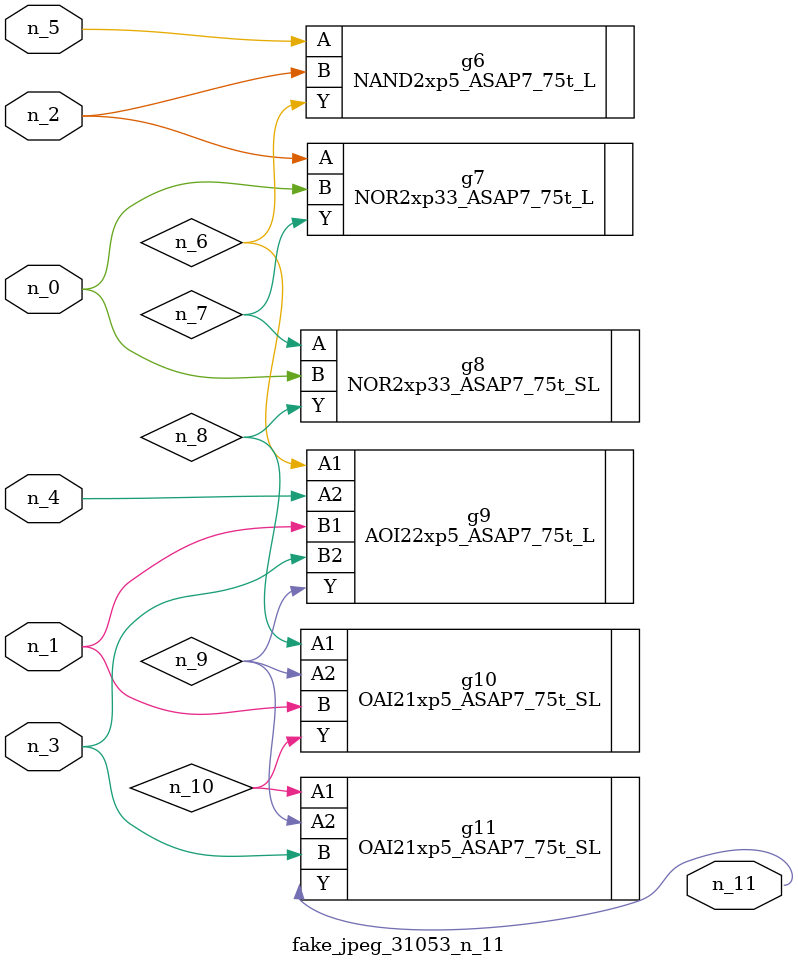
<source format=v>
module fake_jpeg_31053_n_11 (n_3, n_2, n_1, n_0, n_4, n_5, n_11);

input n_3;
input n_2;
input n_1;
input n_0;
input n_4;
input n_5;

output n_11;

wire n_10;
wire n_8;
wire n_9;
wire n_6;
wire n_7;

NAND2xp5_ASAP7_75t_L g6 ( 
.A(n_5),
.B(n_2),
.Y(n_6)
);

NOR2xp33_ASAP7_75t_L g7 ( 
.A(n_2),
.B(n_0),
.Y(n_7)
);

NOR2xp33_ASAP7_75t_SL g8 ( 
.A(n_7),
.B(n_0),
.Y(n_8)
);

OAI21xp5_ASAP7_75t_SL g10 ( 
.A1(n_8),
.A2(n_9),
.B(n_1),
.Y(n_10)
);

AOI22xp5_ASAP7_75t_L g9 ( 
.A1(n_6),
.A2(n_4),
.B1(n_1),
.B2(n_3),
.Y(n_9)
);

OAI21xp5_ASAP7_75t_SL g11 ( 
.A1(n_10),
.A2(n_9),
.B(n_3),
.Y(n_11)
);


endmodule
</source>
